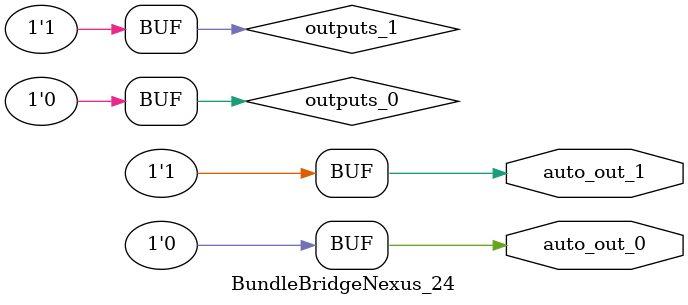
<source format=sv>
`ifndef RANDOMIZE
  `ifdef RANDOMIZE_REG_INIT
    `define RANDOMIZE
  `endif // RANDOMIZE_REG_INIT
`endif // not def RANDOMIZE
`ifndef RANDOMIZE
  `ifdef RANDOMIZE_MEM_INIT
    `define RANDOMIZE
  `endif // RANDOMIZE_MEM_INIT
`endif // not def RANDOMIZE

`ifndef RANDOM
  `define RANDOM $random
`endif // not def RANDOM

// Users can define 'PRINTF_COND' to add an extra gate to prints.
`ifndef PRINTF_COND_
  `ifdef PRINTF_COND
    `define PRINTF_COND_ (`PRINTF_COND)
  `else  // PRINTF_COND
    `define PRINTF_COND_ 1
  `endif // PRINTF_COND
`endif // not def PRINTF_COND_

// Users can define 'ASSERT_VERBOSE_COND' to add an extra gate to assert error printing.
`ifndef ASSERT_VERBOSE_COND_
  `ifdef ASSERT_VERBOSE_COND
    `define ASSERT_VERBOSE_COND_ (`ASSERT_VERBOSE_COND)
  `else  // ASSERT_VERBOSE_COND
    `define ASSERT_VERBOSE_COND_ 1
  `endif // ASSERT_VERBOSE_COND
`endif // not def ASSERT_VERBOSE_COND_

// Users can define 'STOP_COND' to add an extra gate to stop conditions.
`ifndef STOP_COND_
  `ifdef STOP_COND
    `define STOP_COND_ (`STOP_COND)
  `else  // STOP_COND
    `define STOP_COND_ 1
  `endif // STOP_COND
`endif // not def STOP_COND_

// Users can define INIT_RANDOM as general code that gets injected into the
// initializer block for modules with registers.
`ifndef INIT_RANDOM
  `define INIT_RANDOM
`endif // not def INIT_RANDOM

// If using random initialization, you can also define RANDOMIZE_DELAY to
// customize the delay used, otherwise 0.002 is used.
`ifndef RANDOMIZE_DELAY
  `define RANDOMIZE_DELAY 0.002
`endif // not def RANDOMIZE_DELAY

// Define INIT_RANDOM_PROLOG_ for use in our modules below.
`ifndef INIT_RANDOM_PROLOG_
  `ifdef RANDOMIZE
    `ifdef VERILATOR
      `define INIT_RANDOM_PROLOG_ `INIT_RANDOM
    `else  // VERILATOR
      `define INIT_RANDOM_PROLOG_ `INIT_RANDOM #`RANDOMIZE_DELAY begin end
    `endif // VERILATOR
  `else  // RANDOMIZE
    `define INIT_RANDOM_PROLOG_
  `endif // RANDOMIZE
`endif // not def INIT_RANDOM_PROLOG_

module BundleBridgeNexus_24(
  output auto_out_1,
         auto_out_0
);

  wire outputs_0 = 1'h0;	// @[HasTiles.scala:161:32]
  wire outputs_1 = 1'h1;	// @[HasTiles.scala:161:32]
  assign auto_out_1 = outputs_1;	// @[HasTiles.scala:161:32]
  assign auto_out_0 = outputs_0;	// @[HasTiles.scala:161:32]
endmodule


</source>
